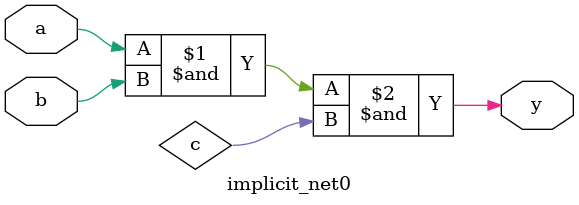
<source format=v>
module implicit_net0(
    input a,
    input b,
    output y
);
    and and0 (y, a, b, c);
endmodule
</source>
